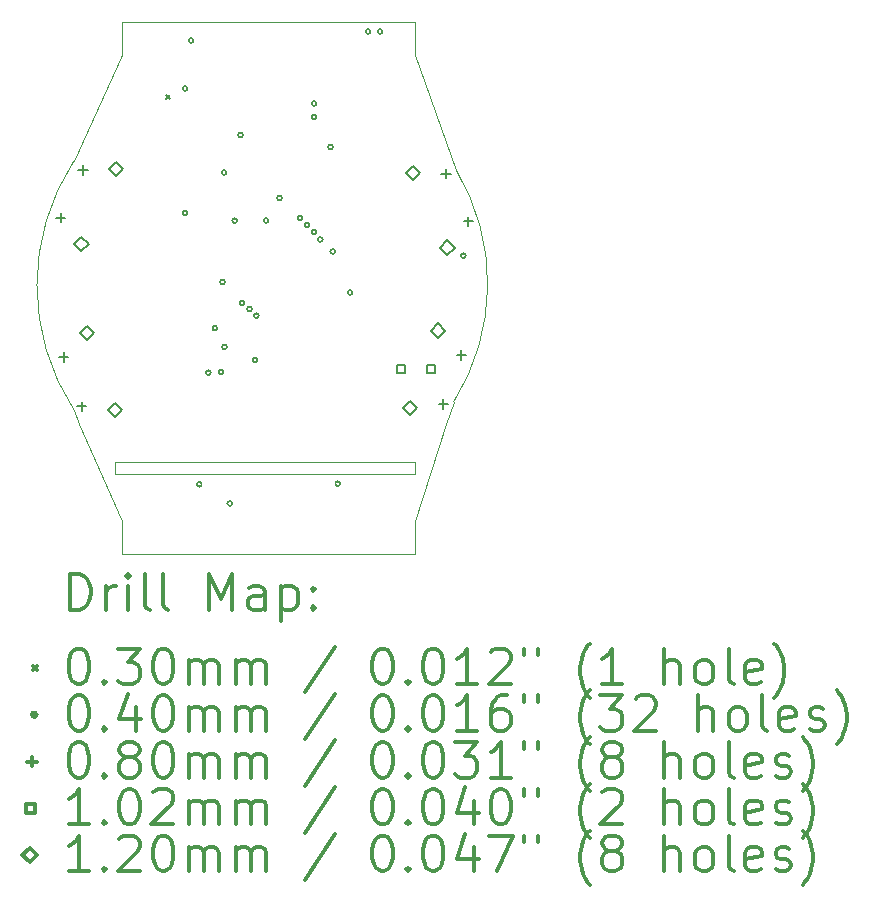
<source format=gbr>
%FSLAX45Y45*%
G04 Gerber Fmt 4.5, Leading zero omitted, Abs format (unit mm)*
G04 Created by KiCad (PCBNEW (5.1.4)-1) date 2020-08-01 17:35:15*
%MOMM*%
%LPD*%
G04 APERTURE LIST*
%ADD10C,0.050000*%
%ADD11C,0.200000*%
%ADD12C,0.300000*%
G04 APERTURE END LIST*
D10*
X15811500Y-7702550D02*
X15811500Y-7600950D01*
X18351500Y-7702550D02*
X15811500Y-7702550D01*
X18351500Y-7600950D02*
X18351500Y-7702550D01*
X15811500Y-7600950D02*
X18351500Y-7600950D01*
X18618200Y-7277100D02*
X18681700Y-7092950D01*
X15468600Y-5048250D02*
X15500350Y-4972050D01*
X15506700Y-7277100D02*
X15469081Y-7162485D01*
X18351500Y-4152900D02*
X18703021Y-5126893D01*
X18351500Y-4152900D02*
X18351500Y-3873500D01*
X15875000Y-4152900D02*
X15500350Y-4972050D01*
X15875000Y-4152900D02*
X15875000Y-3873500D01*
X18351000Y-8102600D02*
X18618200Y-7277100D01*
X15875000Y-8102600D02*
X15506700Y-7277100D01*
X18703021Y-5126893D02*
G75*
G02X18681700Y-7092950I-1612066J-965662D01*
G01*
X15469081Y-7162485D02*
G75*
G02X15468600Y-5048250I1615919J1057485D01*
G01*
X18351500Y-8382000D02*
X18351000Y-8102600D01*
X15875000Y-8382000D02*
X15875000Y-8102600D01*
X15875000Y-8382000D02*
X18351500Y-8382000D01*
X15875000Y-3873500D02*
X18351500Y-3873500D01*
D11*
X16247350Y-4493500D02*
X16277350Y-4523500D01*
X16277350Y-4493500D02*
X16247350Y-4523500D01*
X16428400Y-4438650D02*
G75*
G03X16428400Y-4438650I-20000J0D01*
G01*
X16428400Y-5492750D02*
G75*
G03X16428400Y-5492750I-20000J0D01*
G01*
X16479200Y-4032250D02*
G75*
G03X16479200Y-4032250I-20000J0D01*
G01*
X16547780Y-7788910D02*
G75*
G03X16547780Y-7788910I-20000J0D01*
G01*
X16623980Y-6844030D02*
G75*
G03X16623980Y-6844030I-20000J0D01*
G01*
X16679519Y-6467769D02*
G75*
G03X16679519Y-6467769I-20000J0D01*
G01*
X16731520Y-6838090D02*
G75*
G03X16731520Y-6838090I-20000J0D01*
G01*
X16745900Y-6076950D02*
G75*
G03X16745900Y-6076950I-20000J0D01*
G01*
X16758600Y-5149850D02*
G75*
G03X16758600Y-5149850I-20000J0D01*
G01*
X16761140Y-6625590D02*
G75*
G03X16761140Y-6625590I-20000J0D01*
G01*
X16806860Y-7951470D02*
G75*
G03X16806860Y-7951470I-20000J0D01*
G01*
X16847500Y-5556250D02*
G75*
G03X16847500Y-5556250I-20000J0D01*
G01*
X16898300Y-4832350D02*
G75*
G03X16898300Y-4832350I-20000J0D01*
G01*
X16908460Y-6254750D02*
G75*
G03X16908460Y-6254750I-20000J0D01*
G01*
X16974500Y-6305550D02*
G75*
G03X16974500Y-6305550I-20000J0D01*
G01*
X17020220Y-6737350D02*
G75*
G03X17020220Y-6737350I-20000J0D01*
G01*
X17030380Y-6361430D02*
G75*
G03X17030380Y-6361430I-20000J0D01*
G01*
X17114200Y-5556250D02*
G75*
G03X17114200Y-5556250I-20000J0D01*
G01*
X17228500Y-5365750D02*
G75*
G03X17228500Y-5365750I-20000J0D01*
G01*
X17401220Y-5534660D02*
G75*
G03X17401220Y-5534660I-20000J0D01*
G01*
X17460910Y-5595620D02*
G75*
G03X17460910Y-5595620I-20000J0D01*
G01*
X17518060Y-5654040D02*
G75*
G03X17518060Y-5654040I-20000J0D01*
G01*
X17520600Y-4565650D02*
G75*
G03X17520600Y-4565650I-20000J0D01*
G01*
X17520600Y-4679950D02*
G75*
G03X17520600Y-4679950I-20000J0D01*
G01*
X17572670Y-5716270D02*
G75*
G03X17572670Y-5716270I-20000J0D01*
G01*
X17660300Y-4933950D02*
G75*
G03X17660300Y-4933950I-20000J0D01*
G01*
X17678080Y-5817870D02*
G75*
G03X17678080Y-5817870I-20000J0D01*
G01*
X17721260Y-7783830D02*
G75*
G03X17721260Y-7783830I-20000J0D01*
G01*
X17825400Y-6165850D02*
G75*
G03X17825400Y-6165850I-20000J0D01*
G01*
X17977800Y-3956050D02*
G75*
G03X17977800Y-3956050I-20000J0D01*
G01*
X18079400Y-3956050D02*
G75*
G03X18079400Y-3956050I-20000J0D01*
G01*
X18782980Y-5853430D02*
G75*
G03X18782980Y-5853430I-20000J0D01*
G01*
X15354300Y-5490850D02*
X15354300Y-5570850D01*
X15314300Y-5530850D02*
X15394300Y-5530850D01*
X15542154Y-5087996D02*
X15542154Y-5167996D01*
X15502154Y-5127996D02*
X15582154Y-5127996D01*
X15379700Y-6671950D02*
X15379700Y-6751950D01*
X15339700Y-6711950D02*
X15419700Y-6711950D01*
X15531728Y-7089643D02*
X15531728Y-7169643D01*
X15491728Y-7129643D02*
X15571728Y-7129643D01*
X18618200Y-5119550D02*
X18618200Y-5199550D01*
X18578200Y-5159550D02*
X18658200Y-5159550D01*
X18806054Y-5522404D02*
X18806054Y-5602404D01*
X18766054Y-5562404D02*
X18846054Y-5562404D01*
X18595519Y-7071282D02*
X18595519Y-7151282D01*
X18555519Y-7111282D02*
X18635519Y-7111282D01*
X18747546Y-6653589D02*
X18747546Y-6733589D01*
X18707546Y-6693589D02*
X18787546Y-6693589D01*
X18270581Y-6849471D02*
X18270581Y-6777629D01*
X18198739Y-6777629D01*
X18198739Y-6849471D01*
X18270581Y-6849471D01*
X18524581Y-6849471D02*
X18524581Y-6777629D01*
X18452739Y-6777629D01*
X18452739Y-6849471D01*
X18524581Y-6849471D01*
X15574945Y-6565736D02*
X15634945Y-6505736D01*
X15574945Y-6445736D01*
X15514945Y-6505736D01*
X15574945Y-6565736D01*
X15813846Y-7222111D02*
X15873846Y-7162111D01*
X15813846Y-7102111D01*
X15753846Y-7162111D01*
X15813846Y-7222111D01*
X18334325Y-5211794D02*
X18394325Y-5151794D01*
X18334325Y-5091794D01*
X18274325Y-5151794D01*
X18334325Y-5211794D01*
X18629524Y-5844850D02*
X18689524Y-5784850D01*
X18629524Y-5724850D01*
X18569524Y-5784850D01*
X18629524Y-5844850D01*
X18313400Y-7203750D02*
X18373400Y-7143750D01*
X18313400Y-7083750D01*
X18253400Y-7143750D01*
X18313400Y-7203750D01*
X18552301Y-6547375D02*
X18612301Y-6487375D01*
X18552301Y-6427375D01*
X18492301Y-6487375D01*
X18552301Y-6547375D01*
X15530830Y-5813296D02*
X15590830Y-5753296D01*
X15530830Y-5693296D01*
X15470830Y-5753296D01*
X15530830Y-5813296D01*
X15826028Y-5180240D02*
X15886028Y-5120240D01*
X15826028Y-5060240D01*
X15766028Y-5120240D01*
X15826028Y-5180240D01*
D12*
X15437745Y-8850214D02*
X15437745Y-8550214D01*
X15509173Y-8550214D01*
X15552031Y-8564500D01*
X15580602Y-8593072D01*
X15594888Y-8621643D01*
X15609173Y-8678786D01*
X15609173Y-8721643D01*
X15594888Y-8778786D01*
X15580602Y-8807357D01*
X15552031Y-8835929D01*
X15509173Y-8850214D01*
X15437745Y-8850214D01*
X15737745Y-8850214D02*
X15737745Y-8650214D01*
X15737745Y-8707357D02*
X15752031Y-8678786D01*
X15766316Y-8664500D01*
X15794888Y-8650214D01*
X15823459Y-8650214D01*
X15923459Y-8850214D02*
X15923459Y-8650214D01*
X15923459Y-8550214D02*
X15909173Y-8564500D01*
X15923459Y-8578786D01*
X15937745Y-8564500D01*
X15923459Y-8550214D01*
X15923459Y-8578786D01*
X16109173Y-8850214D02*
X16080602Y-8835929D01*
X16066316Y-8807357D01*
X16066316Y-8550214D01*
X16266316Y-8850214D02*
X16237745Y-8835929D01*
X16223459Y-8807357D01*
X16223459Y-8550214D01*
X16609173Y-8850214D02*
X16609173Y-8550214D01*
X16709173Y-8764500D01*
X16809174Y-8550214D01*
X16809174Y-8850214D01*
X17080602Y-8850214D02*
X17080602Y-8693072D01*
X17066316Y-8664500D01*
X17037745Y-8650214D01*
X16980602Y-8650214D01*
X16952031Y-8664500D01*
X17080602Y-8835929D02*
X17052031Y-8850214D01*
X16980602Y-8850214D01*
X16952031Y-8835929D01*
X16937745Y-8807357D01*
X16937745Y-8778786D01*
X16952031Y-8750214D01*
X16980602Y-8735929D01*
X17052031Y-8735929D01*
X17080602Y-8721643D01*
X17223459Y-8650214D02*
X17223459Y-8950214D01*
X17223459Y-8664500D02*
X17252031Y-8650214D01*
X17309174Y-8650214D01*
X17337745Y-8664500D01*
X17352031Y-8678786D01*
X17366316Y-8707357D01*
X17366316Y-8793072D01*
X17352031Y-8821643D01*
X17337745Y-8835929D01*
X17309174Y-8850214D01*
X17252031Y-8850214D01*
X17223459Y-8835929D01*
X17494888Y-8821643D02*
X17509174Y-8835929D01*
X17494888Y-8850214D01*
X17480602Y-8835929D01*
X17494888Y-8821643D01*
X17494888Y-8850214D01*
X17494888Y-8664500D02*
X17509174Y-8678786D01*
X17494888Y-8693072D01*
X17480602Y-8678786D01*
X17494888Y-8664500D01*
X17494888Y-8693072D01*
X15121316Y-9329500D02*
X15151316Y-9359500D01*
X15151316Y-9329500D02*
X15121316Y-9359500D01*
X15494888Y-9180214D02*
X15523459Y-9180214D01*
X15552031Y-9194500D01*
X15566316Y-9208786D01*
X15580602Y-9237357D01*
X15594888Y-9294500D01*
X15594888Y-9365929D01*
X15580602Y-9423072D01*
X15566316Y-9451643D01*
X15552031Y-9465929D01*
X15523459Y-9480214D01*
X15494888Y-9480214D01*
X15466316Y-9465929D01*
X15452031Y-9451643D01*
X15437745Y-9423072D01*
X15423459Y-9365929D01*
X15423459Y-9294500D01*
X15437745Y-9237357D01*
X15452031Y-9208786D01*
X15466316Y-9194500D01*
X15494888Y-9180214D01*
X15723459Y-9451643D02*
X15737745Y-9465929D01*
X15723459Y-9480214D01*
X15709173Y-9465929D01*
X15723459Y-9451643D01*
X15723459Y-9480214D01*
X15837745Y-9180214D02*
X16023459Y-9180214D01*
X15923459Y-9294500D01*
X15966316Y-9294500D01*
X15994888Y-9308786D01*
X16009173Y-9323072D01*
X16023459Y-9351643D01*
X16023459Y-9423072D01*
X16009173Y-9451643D01*
X15994888Y-9465929D01*
X15966316Y-9480214D01*
X15880602Y-9480214D01*
X15852031Y-9465929D01*
X15837745Y-9451643D01*
X16209173Y-9180214D02*
X16237745Y-9180214D01*
X16266316Y-9194500D01*
X16280602Y-9208786D01*
X16294888Y-9237357D01*
X16309173Y-9294500D01*
X16309173Y-9365929D01*
X16294888Y-9423072D01*
X16280602Y-9451643D01*
X16266316Y-9465929D01*
X16237745Y-9480214D01*
X16209173Y-9480214D01*
X16180602Y-9465929D01*
X16166316Y-9451643D01*
X16152031Y-9423072D01*
X16137745Y-9365929D01*
X16137745Y-9294500D01*
X16152031Y-9237357D01*
X16166316Y-9208786D01*
X16180602Y-9194500D01*
X16209173Y-9180214D01*
X16437745Y-9480214D02*
X16437745Y-9280214D01*
X16437745Y-9308786D02*
X16452031Y-9294500D01*
X16480602Y-9280214D01*
X16523459Y-9280214D01*
X16552031Y-9294500D01*
X16566316Y-9323072D01*
X16566316Y-9480214D01*
X16566316Y-9323072D02*
X16580602Y-9294500D01*
X16609173Y-9280214D01*
X16652031Y-9280214D01*
X16680602Y-9294500D01*
X16694888Y-9323072D01*
X16694888Y-9480214D01*
X16837745Y-9480214D02*
X16837745Y-9280214D01*
X16837745Y-9308786D02*
X16852031Y-9294500D01*
X16880602Y-9280214D01*
X16923459Y-9280214D01*
X16952031Y-9294500D01*
X16966316Y-9323072D01*
X16966316Y-9480214D01*
X16966316Y-9323072D02*
X16980602Y-9294500D01*
X17009174Y-9280214D01*
X17052031Y-9280214D01*
X17080602Y-9294500D01*
X17094888Y-9323072D01*
X17094888Y-9480214D01*
X17680602Y-9165929D02*
X17423459Y-9551643D01*
X18066316Y-9180214D02*
X18094888Y-9180214D01*
X18123459Y-9194500D01*
X18137745Y-9208786D01*
X18152031Y-9237357D01*
X18166316Y-9294500D01*
X18166316Y-9365929D01*
X18152031Y-9423072D01*
X18137745Y-9451643D01*
X18123459Y-9465929D01*
X18094888Y-9480214D01*
X18066316Y-9480214D01*
X18037745Y-9465929D01*
X18023459Y-9451643D01*
X18009174Y-9423072D01*
X17994888Y-9365929D01*
X17994888Y-9294500D01*
X18009174Y-9237357D01*
X18023459Y-9208786D01*
X18037745Y-9194500D01*
X18066316Y-9180214D01*
X18294888Y-9451643D02*
X18309174Y-9465929D01*
X18294888Y-9480214D01*
X18280602Y-9465929D01*
X18294888Y-9451643D01*
X18294888Y-9480214D01*
X18494888Y-9180214D02*
X18523459Y-9180214D01*
X18552031Y-9194500D01*
X18566316Y-9208786D01*
X18580602Y-9237357D01*
X18594888Y-9294500D01*
X18594888Y-9365929D01*
X18580602Y-9423072D01*
X18566316Y-9451643D01*
X18552031Y-9465929D01*
X18523459Y-9480214D01*
X18494888Y-9480214D01*
X18466316Y-9465929D01*
X18452031Y-9451643D01*
X18437745Y-9423072D01*
X18423459Y-9365929D01*
X18423459Y-9294500D01*
X18437745Y-9237357D01*
X18452031Y-9208786D01*
X18466316Y-9194500D01*
X18494888Y-9180214D01*
X18880602Y-9480214D02*
X18709174Y-9480214D01*
X18794888Y-9480214D02*
X18794888Y-9180214D01*
X18766316Y-9223072D01*
X18737745Y-9251643D01*
X18709174Y-9265929D01*
X18994888Y-9208786D02*
X19009174Y-9194500D01*
X19037745Y-9180214D01*
X19109174Y-9180214D01*
X19137745Y-9194500D01*
X19152031Y-9208786D01*
X19166316Y-9237357D01*
X19166316Y-9265929D01*
X19152031Y-9308786D01*
X18980602Y-9480214D01*
X19166316Y-9480214D01*
X19280602Y-9180214D02*
X19280602Y-9237357D01*
X19394888Y-9180214D02*
X19394888Y-9237357D01*
X19837745Y-9594500D02*
X19823459Y-9580214D01*
X19794888Y-9537357D01*
X19780602Y-9508786D01*
X19766316Y-9465929D01*
X19752031Y-9394500D01*
X19752031Y-9337357D01*
X19766316Y-9265929D01*
X19780602Y-9223072D01*
X19794888Y-9194500D01*
X19823459Y-9151643D01*
X19837745Y-9137357D01*
X20109174Y-9480214D02*
X19937745Y-9480214D01*
X20023459Y-9480214D02*
X20023459Y-9180214D01*
X19994888Y-9223072D01*
X19966316Y-9251643D01*
X19937745Y-9265929D01*
X20466316Y-9480214D02*
X20466316Y-9180214D01*
X20594888Y-9480214D02*
X20594888Y-9323072D01*
X20580602Y-9294500D01*
X20552031Y-9280214D01*
X20509174Y-9280214D01*
X20480602Y-9294500D01*
X20466316Y-9308786D01*
X20780602Y-9480214D02*
X20752031Y-9465929D01*
X20737745Y-9451643D01*
X20723459Y-9423072D01*
X20723459Y-9337357D01*
X20737745Y-9308786D01*
X20752031Y-9294500D01*
X20780602Y-9280214D01*
X20823459Y-9280214D01*
X20852031Y-9294500D01*
X20866316Y-9308786D01*
X20880602Y-9337357D01*
X20880602Y-9423072D01*
X20866316Y-9451643D01*
X20852031Y-9465929D01*
X20823459Y-9480214D01*
X20780602Y-9480214D01*
X21052031Y-9480214D02*
X21023459Y-9465929D01*
X21009174Y-9437357D01*
X21009174Y-9180214D01*
X21280602Y-9465929D02*
X21252031Y-9480214D01*
X21194888Y-9480214D01*
X21166316Y-9465929D01*
X21152031Y-9437357D01*
X21152031Y-9323072D01*
X21166316Y-9294500D01*
X21194888Y-9280214D01*
X21252031Y-9280214D01*
X21280602Y-9294500D01*
X21294888Y-9323072D01*
X21294888Y-9351643D01*
X21152031Y-9380214D01*
X21394888Y-9594500D02*
X21409174Y-9580214D01*
X21437745Y-9537357D01*
X21452031Y-9508786D01*
X21466316Y-9465929D01*
X21480602Y-9394500D01*
X21480602Y-9337357D01*
X21466316Y-9265929D01*
X21452031Y-9223072D01*
X21437745Y-9194500D01*
X21409174Y-9151643D01*
X21394888Y-9137357D01*
X15151316Y-9740500D02*
G75*
G03X15151316Y-9740500I-20000J0D01*
G01*
X15494888Y-9576214D02*
X15523459Y-9576214D01*
X15552031Y-9590500D01*
X15566316Y-9604786D01*
X15580602Y-9633357D01*
X15594888Y-9690500D01*
X15594888Y-9761929D01*
X15580602Y-9819072D01*
X15566316Y-9847643D01*
X15552031Y-9861929D01*
X15523459Y-9876214D01*
X15494888Y-9876214D01*
X15466316Y-9861929D01*
X15452031Y-9847643D01*
X15437745Y-9819072D01*
X15423459Y-9761929D01*
X15423459Y-9690500D01*
X15437745Y-9633357D01*
X15452031Y-9604786D01*
X15466316Y-9590500D01*
X15494888Y-9576214D01*
X15723459Y-9847643D02*
X15737745Y-9861929D01*
X15723459Y-9876214D01*
X15709173Y-9861929D01*
X15723459Y-9847643D01*
X15723459Y-9876214D01*
X15994888Y-9676214D02*
X15994888Y-9876214D01*
X15923459Y-9561929D02*
X15852031Y-9776214D01*
X16037745Y-9776214D01*
X16209173Y-9576214D02*
X16237745Y-9576214D01*
X16266316Y-9590500D01*
X16280602Y-9604786D01*
X16294888Y-9633357D01*
X16309173Y-9690500D01*
X16309173Y-9761929D01*
X16294888Y-9819072D01*
X16280602Y-9847643D01*
X16266316Y-9861929D01*
X16237745Y-9876214D01*
X16209173Y-9876214D01*
X16180602Y-9861929D01*
X16166316Y-9847643D01*
X16152031Y-9819072D01*
X16137745Y-9761929D01*
X16137745Y-9690500D01*
X16152031Y-9633357D01*
X16166316Y-9604786D01*
X16180602Y-9590500D01*
X16209173Y-9576214D01*
X16437745Y-9876214D02*
X16437745Y-9676214D01*
X16437745Y-9704786D02*
X16452031Y-9690500D01*
X16480602Y-9676214D01*
X16523459Y-9676214D01*
X16552031Y-9690500D01*
X16566316Y-9719072D01*
X16566316Y-9876214D01*
X16566316Y-9719072D02*
X16580602Y-9690500D01*
X16609173Y-9676214D01*
X16652031Y-9676214D01*
X16680602Y-9690500D01*
X16694888Y-9719072D01*
X16694888Y-9876214D01*
X16837745Y-9876214D02*
X16837745Y-9676214D01*
X16837745Y-9704786D02*
X16852031Y-9690500D01*
X16880602Y-9676214D01*
X16923459Y-9676214D01*
X16952031Y-9690500D01*
X16966316Y-9719072D01*
X16966316Y-9876214D01*
X16966316Y-9719072D02*
X16980602Y-9690500D01*
X17009174Y-9676214D01*
X17052031Y-9676214D01*
X17080602Y-9690500D01*
X17094888Y-9719072D01*
X17094888Y-9876214D01*
X17680602Y-9561929D02*
X17423459Y-9947643D01*
X18066316Y-9576214D02*
X18094888Y-9576214D01*
X18123459Y-9590500D01*
X18137745Y-9604786D01*
X18152031Y-9633357D01*
X18166316Y-9690500D01*
X18166316Y-9761929D01*
X18152031Y-9819072D01*
X18137745Y-9847643D01*
X18123459Y-9861929D01*
X18094888Y-9876214D01*
X18066316Y-9876214D01*
X18037745Y-9861929D01*
X18023459Y-9847643D01*
X18009174Y-9819072D01*
X17994888Y-9761929D01*
X17994888Y-9690500D01*
X18009174Y-9633357D01*
X18023459Y-9604786D01*
X18037745Y-9590500D01*
X18066316Y-9576214D01*
X18294888Y-9847643D02*
X18309174Y-9861929D01*
X18294888Y-9876214D01*
X18280602Y-9861929D01*
X18294888Y-9847643D01*
X18294888Y-9876214D01*
X18494888Y-9576214D02*
X18523459Y-9576214D01*
X18552031Y-9590500D01*
X18566316Y-9604786D01*
X18580602Y-9633357D01*
X18594888Y-9690500D01*
X18594888Y-9761929D01*
X18580602Y-9819072D01*
X18566316Y-9847643D01*
X18552031Y-9861929D01*
X18523459Y-9876214D01*
X18494888Y-9876214D01*
X18466316Y-9861929D01*
X18452031Y-9847643D01*
X18437745Y-9819072D01*
X18423459Y-9761929D01*
X18423459Y-9690500D01*
X18437745Y-9633357D01*
X18452031Y-9604786D01*
X18466316Y-9590500D01*
X18494888Y-9576214D01*
X18880602Y-9876214D02*
X18709174Y-9876214D01*
X18794888Y-9876214D02*
X18794888Y-9576214D01*
X18766316Y-9619072D01*
X18737745Y-9647643D01*
X18709174Y-9661929D01*
X19137745Y-9576214D02*
X19080602Y-9576214D01*
X19052031Y-9590500D01*
X19037745Y-9604786D01*
X19009174Y-9647643D01*
X18994888Y-9704786D01*
X18994888Y-9819072D01*
X19009174Y-9847643D01*
X19023459Y-9861929D01*
X19052031Y-9876214D01*
X19109174Y-9876214D01*
X19137745Y-9861929D01*
X19152031Y-9847643D01*
X19166316Y-9819072D01*
X19166316Y-9747643D01*
X19152031Y-9719072D01*
X19137745Y-9704786D01*
X19109174Y-9690500D01*
X19052031Y-9690500D01*
X19023459Y-9704786D01*
X19009174Y-9719072D01*
X18994888Y-9747643D01*
X19280602Y-9576214D02*
X19280602Y-9633357D01*
X19394888Y-9576214D02*
X19394888Y-9633357D01*
X19837745Y-9990500D02*
X19823459Y-9976214D01*
X19794888Y-9933357D01*
X19780602Y-9904786D01*
X19766316Y-9861929D01*
X19752031Y-9790500D01*
X19752031Y-9733357D01*
X19766316Y-9661929D01*
X19780602Y-9619072D01*
X19794888Y-9590500D01*
X19823459Y-9547643D01*
X19837745Y-9533357D01*
X19923459Y-9576214D02*
X20109174Y-9576214D01*
X20009174Y-9690500D01*
X20052031Y-9690500D01*
X20080602Y-9704786D01*
X20094888Y-9719072D01*
X20109174Y-9747643D01*
X20109174Y-9819072D01*
X20094888Y-9847643D01*
X20080602Y-9861929D01*
X20052031Y-9876214D01*
X19966316Y-9876214D01*
X19937745Y-9861929D01*
X19923459Y-9847643D01*
X20223459Y-9604786D02*
X20237745Y-9590500D01*
X20266316Y-9576214D01*
X20337745Y-9576214D01*
X20366316Y-9590500D01*
X20380602Y-9604786D01*
X20394888Y-9633357D01*
X20394888Y-9661929D01*
X20380602Y-9704786D01*
X20209174Y-9876214D01*
X20394888Y-9876214D01*
X20752031Y-9876214D02*
X20752031Y-9576214D01*
X20880602Y-9876214D02*
X20880602Y-9719072D01*
X20866316Y-9690500D01*
X20837745Y-9676214D01*
X20794888Y-9676214D01*
X20766316Y-9690500D01*
X20752031Y-9704786D01*
X21066316Y-9876214D02*
X21037745Y-9861929D01*
X21023459Y-9847643D01*
X21009174Y-9819072D01*
X21009174Y-9733357D01*
X21023459Y-9704786D01*
X21037745Y-9690500D01*
X21066316Y-9676214D01*
X21109174Y-9676214D01*
X21137745Y-9690500D01*
X21152031Y-9704786D01*
X21166316Y-9733357D01*
X21166316Y-9819072D01*
X21152031Y-9847643D01*
X21137745Y-9861929D01*
X21109174Y-9876214D01*
X21066316Y-9876214D01*
X21337745Y-9876214D02*
X21309174Y-9861929D01*
X21294888Y-9833357D01*
X21294888Y-9576214D01*
X21566316Y-9861929D02*
X21537745Y-9876214D01*
X21480602Y-9876214D01*
X21452031Y-9861929D01*
X21437745Y-9833357D01*
X21437745Y-9719072D01*
X21452031Y-9690500D01*
X21480602Y-9676214D01*
X21537745Y-9676214D01*
X21566316Y-9690500D01*
X21580602Y-9719072D01*
X21580602Y-9747643D01*
X21437745Y-9776214D01*
X21694888Y-9861929D02*
X21723459Y-9876214D01*
X21780602Y-9876214D01*
X21809174Y-9861929D01*
X21823459Y-9833357D01*
X21823459Y-9819072D01*
X21809174Y-9790500D01*
X21780602Y-9776214D01*
X21737745Y-9776214D01*
X21709174Y-9761929D01*
X21694888Y-9733357D01*
X21694888Y-9719072D01*
X21709174Y-9690500D01*
X21737745Y-9676214D01*
X21780602Y-9676214D01*
X21809174Y-9690500D01*
X21923459Y-9990500D02*
X21937745Y-9976214D01*
X21966316Y-9933357D01*
X21980602Y-9904786D01*
X21994888Y-9861929D01*
X22009174Y-9790500D01*
X22009174Y-9733357D01*
X21994888Y-9661929D01*
X21980602Y-9619072D01*
X21966316Y-9590500D01*
X21937745Y-9547643D01*
X21923459Y-9533357D01*
X15111316Y-10096500D02*
X15111316Y-10176500D01*
X15071316Y-10136500D02*
X15151316Y-10136500D01*
X15494888Y-9972214D02*
X15523459Y-9972214D01*
X15552031Y-9986500D01*
X15566316Y-10000786D01*
X15580602Y-10029357D01*
X15594888Y-10086500D01*
X15594888Y-10157929D01*
X15580602Y-10215072D01*
X15566316Y-10243643D01*
X15552031Y-10257929D01*
X15523459Y-10272214D01*
X15494888Y-10272214D01*
X15466316Y-10257929D01*
X15452031Y-10243643D01*
X15437745Y-10215072D01*
X15423459Y-10157929D01*
X15423459Y-10086500D01*
X15437745Y-10029357D01*
X15452031Y-10000786D01*
X15466316Y-9986500D01*
X15494888Y-9972214D01*
X15723459Y-10243643D02*
X15737745Y-10257929D01*
X15723459Y-10272214D01*
X15709173Y-10257929D01*
X15723459Y-10243643D01*
X15723459Y-10272214D01*
X15909173Y-10100786D02*
X15880602Y-10086500D01*
X15866316Y-10072214D01*
X15852031Y-10043643D01*
X15852031Y-10029357D01*
X15866316Y-10000786D01*
X15880602Y-9986500D01*
X15909173Y-9972214D01*
X15966316Y-9972214D01*
X15994888Y-9986500D01*
X16009173Y-10000786D01*
X16023459Y-10029357D01*
X16023459Y-10043643D01*
X16009173Y-10072214D01*
X15994888Y-10086500D01*
X15966316Y-10100786D01*
X15909173Y-10100786D01*
X15880602Y-10115072D01*
X15866316Y-10129357D01*
X15852031Y-10157929D01*
X15852031Y-10215072D01*
X15866316Y-10243643D01*
X15880602Y-10257929D01*
X15909173Y-10272214D01*
X15966316Y-10272214D01*
X15994888Y-10257929D01*
X16009173Y-10243643D01*
X16023459Y-10215072D01*
X16023459Y-10157929D01*
X16009173Y-10129357D01*
X15994888Y-10115072D01*
X15966316Y-10100786D01*
X16209173Y-9972214D02*
X16237745Y-9972214D01*
X16266316Y-9986500D01*
X16280602Y-10000786D01*
X16294888Y-10029357D01*
X16309173Y-10086500D01*
X16309173Y-10157929D01*
X16294888Y-10215072D01*
X16280602Y-10243643D01*
X16266316Y-10257929D01*
X16237745Y-10272214D01*
X16209173Y-10272214D01*
X16180602Y-10257929D01*
X16166316Y-10243643D01*
X16152031Y-10215072D01*
X16137745Y-10157929D01*
X16137745Y-10086500D01*
X16152031Y-10029357D01*
X16166316Y-10000786D01*
X16180602Y-9986500D01*
X16209173Y-9972214D01*
X16437745Y-10272214D02*
X16437745Y-10072214D01*
X16437745Y-10100786D02*
X16452031Y-10086500D01*
X16480602Y-10072214D01*
X16523459Y-10072214D01*
X16552031Y-10086500D01*
X16566316Y-10115072D01*
X16566316Y-10272214D01*
X16566316Y-10115072D02*
X16580602Y-10086500D01*
X16609173Y-10072214D01*
X16652031Y-10072214D01*
X16680602Y-10086500D01*
X16694888Y-10115072D01*
X16694888Y-10272214D01*
X16837745Y-10272214D02*
X16837745Y-10072214D01*
X16837745Y-10100786D02*
X16852031Y-10086500D01*
X16880602Y-10072214D01*
X16923459Y-10072214D01*
X16952031Y-10086500D01*
X16966316Y-10115072D01*
X16966316Y-10272214D01*
X16966316Y-10115072D02*
X16980602Y-10086500D01*
X17009174Y-10072214D01*
X17052031Y-10072214D01*
X17080602Y-10086500D01*
X17094888Y-10115072D01*
X17094888Y-10272214D01*
X17680602Y-9957929D02*
X17423459Y-10343643D01*
X18066316Y-9972214D02*
X18094888Y-9972214D01*
X18123459Y-9986500D01*
X18137745Y-10000786D01*
X18152031Y-10029357D01*
X18166316Y-10086500D01*
X18166316Y-10157929D01*
X18152031Y-10215072D01*
X18137745Y-10243643D01*
X18123459Y-10257929D01*
X18094888Y-10272214D01*
X18066316Y-10272214D01*
X18037745Y-10257929D01*
X18023459Y-10243643D01*
X18009174Y-10215072D01*
X17994888Y-10157929D01*
X17994888Y-10086500D01*
X18009174Y-10029357D01*
X18023459Y-10000786D01*
X18037745Y-9986500D01*
X18066316Y-9972214D01*
X18294888Y-10243643D02*
X18309174Y-10257929D01*
X18294888Y-10272214D01*
X18280602Y-10257929D01*
X18294888Y-10243643D01*
X18294888Y-10272214D01*
X18494888Y-9972214D02*
X18523459Y-9972214D01*
X18552031Y-9986500D01*
X18566316Y-10000786D01*
X18580602Y-10029357D01*
X18594888Y-10086500D01*
X18594888Y-10157929D01*
X18580602Y-10215072D01*
X18566316Y-10243643D01*
X18552031Y-10257929D01*
X18523459Y-10272214D01*
X18494888Y-10272214D01*
X18466316Y-10257929D01*
X18452031Y-10243643D01*
X18437745Y-10215072D01*
X18423459Y-10157929D01*
X18423459Y-10086500D01*
X18437745Y-10029357D01*
X18452031Y-10000786D01*
X18466316Y-9986500D01*
X18494888Y-9972214D01*
X18694888Y-9972214D02*
X18880602Y-9972214D01*
X18780602Y-10086500D01*
X18823459Y-10086500D01*
X18852031Y-10100786D01*
X18866316Y-10115072D01*
X18880602Y-10143643D01*
X18880602Y-10215072D01*
X18866316Y-10243643D01*
X18852031Y-10257929D01*
X18823459Y-10272214D01*
X18737745Y-10272214D01*
X18709174Y-10257929D01*
X18694888Y-10243643D01*
X19166316Y-10272214D02*
X18994888Y-10272214D01*
X19080602Y-10272214D02*
X19080602Y-9972214D01*
X19052031Y-10015072D01*
X19023459Y-10043643D01*
X18994888Y-10057929D01*
X19280602Y-9972214D02*
X19280602Y-10029357D01*
X19394888Y-9972214D02*
X19394888Y-10029357D01*
X19837745Y-10386500D02*
X19823459Y-10372214D01*
X19794888Y-10329357D01*
X19780602Y-10300786D01*
X19766316Y-10257929D01*
X19752031Y-10186500D01*
X19752031Y-10129357D01*
X19766316Y-10057929D01*
X19780602Y-10015072D01*
X19794888Y-9986500D01*
X19823459Y-9943643D01*
X19837745Y-9929357D01*
X19994888Y-10100786D02*
X19966316Y-10086500D01*
X19952031Y-10072214D01*
X19937745Y-10043643D01*
X19937745Y-10029357D01*
X19952031Y-10000786D01*
X19966316Y-9986500D01*
X19994888Y-9972214D01*
X20052031Y-9972214D01*
X20080602Y-9986500D01*
X20094888Y-10000786D01*
X20109174Y-10029357D01*
X20109174Y-10043643D01*
X20094888Y-10072214D01*
X20080602Y-10086500D01*
X20052031Y-10100786D01*
X19994888Y-10100786D01*
X19966316Y-10115072D01*
X19952031Y-10129357D01*
X19937745Y-10157929D01*
X19937745Y-10215072D01*
X19952031Y-10243643D01*
X19966316Y-10257929D01*
X19994888Y-10272214D01*
X20052031Y-10272214D01*
X20080602Y-10257929D01*
X20094888Y-10243643D01*
X20109174Y-10215072D01*
X20109174Y-10157929D01*
X20094888Y-10129357D01*
X20080602Y-10115072D01*
X20052031Y-10100786D01*
X20466316Y-10272214D02*
X20466316Y-9972214D01*
X20594888Y-10272214D02*
X20594888Y-10115072D01*
X20580602Y-10086500D01*
X20552031Y-10072214D01*
X20509174Y-10072214D01*
X20480602Y-10086500D01*
X20466316Y-10100786D01*
X20780602Y-10272214D02*
X20752031Y-10257929D01*
X20737745Y-10243643D01*
X20723459Y-10215072D01*
X20723459Y-10129357D01*
X20737745Y-10100786D01*
X20752031Y-10086500D01*
X20780602Y-10072214D01*
X20823459Y-10072214D01*
X20852031Y-10086500D01*
X20866316Y-10100786D01*
X20880602Y-10129357D01*
X20880602Y-10215072D01*
X20866316Y-10243643D01*
X20852031Y-10257929D01*
X20823459Y-10272214D01*
X20780602Y-10272214D01*
X21052031Y-10272214D02*
X21023459Y-10257929D01*
X21009174Y-10229357D01*
X21009174Y-9972214D01*
X21280602Y-10257929D02*
X21252031Y-10272214D01*
X21194888Y-10272214D01*
X21166316Y-10257929D01*
X21152031Y-10229357D01*
X21152031Y-10115072D01*
X21166316Y-10086500D01*
X21194888Y-10072214D01*
X21252031Y-10072214D01*
X21280602Y-10086500D01*
X21294888Y-10115072D01*
X21294888Y-10143643D01*
X21152031Y-10172214D01*
X21409174Y-10257929D02*
X21437745Y-10272214D01*
X21494888Y-10272214D01*
X21523459Y-10257929D01*
X21537745Y-10229357D01*
X21537745Y-10215072D01*
X21523459Y-10186500D01*
X21494888Y-10172214D01*
X21452031Y-10172214D01*
X21423459Y-10157929D01*
X21409174Y-10129357D01*
X21409174Y-10115072D01*
X21423459Y-10086500D01*
X21452031Y-10072214D01*
X21494888Y-10072214D01*
X21523459Y-10086500D01*
X21637745Y-10386500D02*
X21652031Y-10372214D01*
X21680602Y-10329357D01*
X21694888Y-10300786D01*
X21709174Y-10257929D01*
X21723459Y-10186500D01*
X21723459Y-10129357D01*
X21709174Y-10057929D01*
X21694888Y-10015072D01*
X21680602Y-9986500D01*
X21652031Y-9943643D01*
X21637745Y-9929357D01*
X15136438Y-10568422D02*
X15136438Y-10496579D01*
X15064595Y-10496579D01*
X15064595Y-10568422D01*
X15136438Y-10568422D01*
X15594888Y-10668214D02*
X15423459Y-10668214D01*
X15509173Y-10668214D02*
X15509173Y-10368214D01*
X15480602Y-10411072D01*
X15452031Y-10439643D01*
X15423459Y-10453929D01*
X15723459Y-10639643D02*
X15737745Y-10653929D01*
X15723459Y-10668214D01*
X15709173Y-10653929D01*
X15723459Y-10639643D01*
X15723459Y-10668214D01*
X15923459Y-10368214D02*
X15952031Y-10368214D01*
X15980602Y-10382500D01*
X15994888Y-10396786D01*
X16009173Y-10425357D01*
X16023459Y-10482500D01*
X16023459Y-10553929D01*
X16009173Y-10611072D01*
X15994888Y-10639643D01*
X15980602Y-10653929D01*
X15952031Y-10668214D01*
X15923459Y-10668214D01*
X15894888Y-10653929D01*
X15880602Y-10639643D01*
X15866316Y-10611072D01*
X15852031Y-10553929D01*
X15852031Y-10482500D01*
X15866316Y-10425357D01*
X15880602Y-10396786D01*
X15894888Y-10382500D01*
X15923459Y-10368214D01*
X16137745Y-10396786D02*
X16152031Y-10382500D01*
X16180602Y-10368214D01*
X16252031Y-10368214D01*
X16280602Y-10382500D01*
X16294888Y-10396786D01*
X16309173Y-10425357D01*
X16309173Y-10453929D01*
X16294888Y-10496786D01*
X16123459Y-10668214D01*
X16309173Y-10668214D01*
X16437745Y-10668214D02*
X16437745Y-10468214D01*
X16437745Y-10496786D02*
X16452031Y-10482500D01*
X16480602Y-10468214D01*
X16523459Y-10468214D01*
X16552031Y-10482500D01*
X16566316Y-10511072D01*
X16566316Y-10668214D01*
X16566316Y-10511072D02*
X16580602Y-10482500D01*
X16609173Y-10468214D01*
X16652031Y-10468214D01*
X16680602Y-10482500D01*
X16694888Y-10511072D01*
X16694888Y-10668214D01*
X16837745Y-10668214D02*
X16837745Y-10468214D01*
X16837745Y-10496786D02*
X16852031Y-10482500D01*
X16880602Y-10468214D01*
X16923459Y-10468214D01*
X16952031Y-10482500D01*
X16966316Y-10511072D01*
X16966316Y-10668214D01*
X16966316Y-10511072D02*
X16980602Y-10482500D01*
X17009174Y-10468214D01*
X17052031Y-10468214D01*
X17080602Y-10482500D01*
X17094888Y-10511072D01*
X17094888Y-10668214D01*
X17680602Y-10353929D02*
X17423459Y-10739643D01*
X18066316Y-10368214D02*
X18094888Y-10368214D01*
X18123459Y-10382500D01*
X18137745Y-10396786D01*
X18152031Y-10425357D01*
X18166316Y-10482500D01*
X18166316Y-10553929D01*
X18152031Y-10611072D01*
X18137745Y-10639643D01*
X18123459Y-10653929D01*
X18094888Y-10668214D01*
X18066316Y-10668214D01*
X18037745Y-10653929D01*
X18023459Y-10639643D01*
X18009174Y-10611072D01*
X17994888Y-10553929D01*
X17994888Y-10482500D01*
X18009174Y-10425357D01*
X18023459Y-10396786D01*
X18037745Y-10382500D01*
X18066316Y-10368214D01*
X18294888Y-10639643D02*
X18309174Y-10653929D01*
X18294888Y-10668214D01*
X18280602Y-10653929D01*
X18294888Y-10639643D01*
X18294888Y-10668214D01*
X18494888Y-10368214D02*
X18523459Y-10368214D01*
X18552031Y-10382500D01*
X18566316Y-10396786D01*
X18580602Y-10425357D01*
X18594888Y-10482500D01*
X18594888Y-10553929D01*
X18580602Y-10611072D01*
X18566316Y-10639643D01*
X18552031Y-10653929D01*
X18523459Y-10668214D01*
X18494888Y-10668214D01*
X18466316Y-10653929D01*
X18452031Y-10639643D01*
X18437745Y-10611072D01*
X18423459Y-10553929D01*
X18423459Y-10482500D01*
X18437745Y-10425357D01*
X18452031Y-10396786D01*
X18466316Y-10382500D01*
X18494888Y-10368214D01*
X18852031Y-10468214D02*
X18852031Y-10668214D01*
X18780602Y-10353929D02*
X18709174Y-10568214D01*
X18894888Y-10568214D01*
X19066316Y-10368214D02*
X19094888Y-10368214D01*
X19123459Y-10382500D01*
X19137745Y-10396786D01*
X19152031Y-10425357D01*
X19166316Y-10482500D01*
X19166316Y-10553929D01*
X19152031Y-10611072D01*
X19137745Y-10639643D01*
X19123459Y-10653929D01*
X19094888Y-10668214D01*
X19066316Y-10668214D01*
X19037745Y-10653929D01*
X19023459Y-10639643D01*
X19009174Y-10611072D01*
X18994888Y-10553929D01*
X18994888Y-10482500D01*
X19009174Y-10425357D01*
X19023459Y-10396786D01*
X19037745Y-10382500D01*
X19066316Y-10368214D01*
X19280602Y-10368214D02*
X19280602Y-10425357D01*
X19394888Y-10368214D02*
X19394888Y-10425357D01*
X19837745Y-10782500D02*
X19823459Y-10768214D01*
X19794888Y-10725357D01*
X19780602Y-10696786D01*
X19766316Y-10653929D01*
X19752031Y-10582500D01*
X19752031Y-10525357D01*
X19766316Y-10453929D01*
X19780602Y-10411072D01*
X19794888Y-10382500D01*
X19823459Y-10339643D01*
X19837745Y-10325357D01*
X19937745Y-10396786D02*
X19952031Y-10382500D01*
X19980602Y-10368214D01*
X20052031Y-10368214D01*
X20080602Y-10382500D01*
X20094888Y-10396786D01*
X20109174Y-10425357D01*
X20109174Y-10453929D01*
X20094888Y-10496786D01*
X19923459Y-10668214D01*
X20109174Y-10668214D01*
X20466316Y-10668214D02*
X20466316Y-10368214D01*
X20594888Y-10668214D02*
X20594888Y-10511072D01*
X20580602Y-10482500D01*
X20552031Y-10468214D01*
X20509174Y-10468214D01*
X20480602Y-10482500D01*
X20466316Y-10496786D01*
X20780602Y-10668214D02*
X20752031Y-10653929D01*
X20737745Y-10639643D01*
X20723459Y-10611072D01*
X20723459Y-10525357D01*
X20737745Y-10496786D01*
X20752031Y-10482500D01*
X20780602Y-10468214D01*
X20823459Y-10468214D01*
X20852031Y-10482500D01*
X20866316Y-10496786D01*
X20880602Y-10525357D01*
X20880602Y-10611072D01*
X20866316Y-10639643D01*
X20852031Y-10653929D01*
X20823459Y-10668214D01*
X20780602Y-10668214D01*
X21052031Y-10668214D02*
X21023459Y-10653929D01*
X21009174Y-10625357D01*
X21009174Y-10368214D01*
X21280602Y-10653929D02*
X21252031Y-10668214D01*
X21194888Y-10668214D01*
X21166316Y-10653929D01*
X21152031Y-10625357D01*
X21152031Y-10511072D01*
X21166316Y-10482500D01*
X21194888Y-10468214D01*
X21252031Y-10468214D01*
X21280602Y-10482500D01*
X21294888Y-10511072D01*
X21294888Y-10539643D01*
X21152031Y-10568214D01*
X21409174Y-10653929D02*
X21437745Y-10668214D01*
X21494888Y-10668214D01*
X21523459Y-10653929D01*
X21537745Y-10625357D01*
X21537745Y-10611072D01*
X21523459Y-10582500D01*
X21494888Y-10568214D01*
X21452031Y-10568214D01*
X21423459Y-10553929D01*
X21409174Y-10525357D01*
X21409174Y-10511072D01*
X21423459Y-10482500D01*
X21452031Y-10468214D01*
X21494888Y-10468214D01*
X21523459Y-10482500D01*
X21637745Y-10782500D02*
X21652031Y-10768214D01*
X21680602Y-10725357D01*
X21694888Y-10696786D01*
X21709174Y-10653929D01*
X21723459Y-10582500D01*
X21723459Y-10525357D01*
X21709174Y-10453929D01*
X21694888Y-10411072D01*
X21680602Y-10382500D01*
X21652031Y-10339643D01*
X21637745Y-10325357D01*
X15091316Y-10988500D02*
X15151316Y-10928500D01*
X15091316Y-10868500D01*
X15031316Y-10928500D01*
X15091316Y-10988500D01*
X15594888Y-11064214D02*
X15423459Y-11064214D01*
X15509173Y-11064214D02*
X15509173Y-10764214D01*
X15480602Y-10807072D01*
X15452031Y-10835643D01*
X15423459Y-10849929D01*
X15723459Y-11035643D02*
X15737745Y-11049929D01*
X15723459Y-11064214D01*
X15709173Y-11049929D01*
X15723459Y-11035643D01*
X15723459Y-11064214D01*
X15852031Y-10792786D02*
X15866316Y-10778500D01*
X15894888Y-10764214D01*
X15966316Y-10764214D01*
X15994888Y-10778500D01*
X16009173Y-10792786D01*
X16023459Y-10821357D01*
X16023459Y-10849929D01*
X16009173Y-10892786D01*
X15837745Y-11064214D01*
X16023459Y-11064214D01*
X16209173Y-10764214D02*
X16237745Y-10764214D01*
X16266316Y-10778500D01*
X16280602Y-10792786D01*
X16294888Y-10821357D01*
X16309173Y-10878500D01*
X16309173Y-10949929D01*
X16294888Y-11007072D01*
X16280602Y-11035643D01*
X16266316Y-11049929D01*
X16237745Y-11064214D01*
X16209173Y-11064214D01*
X16180602Y-11049929D01*
X16166316Y-11035643D01*
X16152031Y-11007072D01*
X16137745Y-10949929D01*
X16137745Y-10878500D01*
X16152031Y-10821357D01*
X16166316Y-10792786D01*
X16180602Y-10778500D01*
X16209173Y-10764214D01*
X16437745Y-11064214D02*
X16437745Y-10864214D01*
X16437745Y-10892786D02*
X16452031Y-10878500D01*
X16480602Y-10864214D01*
X16523459Y-10864214D01*
X16552031Y-10878500D01*
X16566316Y-10907072D01*
X16566316Y-11064214D01*
X16566316Y-10907072D02*
X16580602Y-10878500D01*
X16609173Y-10864214D01*
X16652031Y-10864214D01*
X16680602Y-10878500D01*
X16694888Y-10907072D01*
X16694888Y-11064214D01*
X16837745Y-11064214D02*
X16837745Y-10864214D01*
X16837745Y-10892786D02*
X16852031Y-10878500D01*
X16880602Y-10864214D01*
X16923459Y-10864214D01*
X16952031Y-10878500D01*
X16966316Y-10907072D01*
X16966316Y-11064214D01*
X16966316Y-10907072D02*
X16980602Y-10878500D01*
X17009174Y-10864214D01*
X17052031Y-10864214D01*
X17080602Y-10878500D01*
X17094888Y-10907072D01*
X17094888Y-11064214D01*
X17680602Y-10749929D02*
X17423459Y-11135643D01*
X18066316Y-10764214D02*
X18094888Y-10764214D01*
X18123459Y-10778500D01*
X18137745Y-10792786D01*
X18152031Y-10821357D01*
X18166316Y-10878500D01*
X18166316Y-10949929D01*
X18152031Y-11007072D01*
X18137745Y-11035643D01*
X18123459Y-11049929D01*
X18094888Y-11064214D01*
X18066316Y-11064214D01*
X18037745Y-11049929D01*
X18023459Y-11035643D01*
X18009174Y-11007072D01*
X17994888Y-10949929D01*
X17994888Y-10878500D01*
X18009174Y-10821357D01*
X18023459Y-10792786D01*
X18037745Y-10778500D01*
X18066316Y-10764214D01*
X18294888Y-11035643D02*
X18309174Y-11049929D01*
X18294888Y-11064214D01*
X18280602Y-11049929D01*
X18294888Y-11035643D01*
X18294888Y-11064214D01*
X18494888Y-10764214D02*
X18523459Y-10764214D01*
X18552031Y-10778500D01*
X18566316Y-10792786D01*
X18580602Y-10821357D01*
X18594888Y-10878500D01*
X18594888Y-10949929D01*
X18580602Y-11007072D01*
X18566316Y-11035643D01*
X18552031Y-11049929D01*
X18523459Y-11064214D01*
X18494888Y-11064214D01*
X18466316Y-11049929D01*
X18452031Y-11035643D01*
X18437745Y-11007072D01*
X18423459Y-10949929D01*
X18423459Y-10878500D01*
X18437745Y-10821357D01*
X18452031Y-10792786D01*
X18466316Y-10778500D01*
X18494888Y-10764214D01*
X18852031Y-10864214D02*
X18852031Y-11064214D01*
X18780602Y-10749929D02*
X18709174Y-10964214D01*
X18894888Y-10964214D01*
X18980602Y-10764214D02*
X19180602Y-10764214D01*
X19052031Y-11064214D01*
X19280602Y-10764214D02*
X19280602Y-10821357D01*
X19394888Y-10764214D02*
X19394888Y-10821357D01*
X19837745Y-11178500D02*
X19823459Y-11164214D01*
X19794888Y-11121357D01*
X19780602Y-11092786D01*
X19766316Y-11049929D01*
X19752031Y-10978500D01*
X19752031Y-10921357D01*
X19766316Y-10849929D01*
X19780602Y-10807072D01*
X19794888Y-10778500D01*
X19823459Y-10735643D01*
X19837745Y-10721357D01*
X19994888Y-10892786D02*
X19966316Y-10878500D01*
X19952031Y-10864214D01*
X19937745Y-10835643D01*
X19937745Y-10821357D01*
X19952031Y-10792786D01*
X19966316Y-10778500D01*
X19994888Y-10764214D01*
X20052031Y-10764214D01*
X20080602Y-10778500D01*
X20094888Y-10792786D01*
X20109174Y-10821357D01*
X20109174Y-10835643D01*
X20094888Y-10864214D01*
X20080602Y-10878500D01*
X20052031Y-10892786D01*
X19994888Y-10892786D01*
X19966316Y-10907072D01*
X19952031Y-10921357D01*
X19937745Y-10949929D01*
X19937745Y-11007072D01*
X19952031Y-11035643D01*
X19966316Y-11049929D01*
X19994888Y-11064214D01*
X20052031Y-11064214D01*
X20080602Y-11049929D01*
X20094888Y-11035643D01*
X20109174Y-11007072D01*
X20109174Y-10949929D01*
X20094888Y-10921357D01*
X20080602Y-10907072D01*
X20052031Y-10892786D01*
X20466316Y-11064214D02*
X20466316Y-10764214D01*
X20594888Y-11064214D02*
X20594888Y-10907072D01*
X20580602Y-10878500D01*
X20552031Y-10864214D01*
X20509174Y-10864214D01*
X20480602Y-10878500D01*
X20466316Y-10892786D01*
X20780602Y-11064214D02*
X20752031Y-11049929D01*
X20737745Y-11035643D01*
X20723459Y-11007072D01*
X20723459Y-10921357D01*
X20737745Y-10892786D01*
X20752031Y-10878500D01*
X20780602Y-10864214D01*
X20823459Y-10864214D01*
X20852031Y-10878500D01*
X20866316Y-10892786D01*
X20880602Y-10921357D01*
X20880602Y-11007072D01*
X20866316Y-11035643D01*
X20852031Y-11049929D01*
X20823459Y-11064214D01*
X20780602Y-11064214D01*
X21052031Y-11064214D02*
X21023459Y-11049929D01*
X21009174Y-11021357D01*
X21009174Y-10764214D01*
X21280602Y-11049929D02*
X21252031Y-11064214D01*
X21194888Y-11064214D01*
X21166316Y-11049929D01*
X21152031Y-11021357D01*
X21152031Y-10907072D01*
X21166316Y-10878500D01*
X21194888Y-10864214D01*
X21252031Y-10864214D01*
X21280602Y-10878500D01*
X21294888Y-10907072D01*
X21294888Y-10935643D01*
X21152031Y-10964214D01*
X21409174Y-11049929D02*
X21437745Y-11064214D01*
X21494888Y-11064214D01*
X21523459Y-11049929D01*
X21537745Y-11021357D01*
X21537745Y-11007072D01*
X21523459Y-10978500D01*
X21494888Y-10964214D01*
X21452031Y-10964214D01*
X21423459Y-10949929D01*
X21409174Y-10921357D01*
X21409174Y-10907072D01*
X21423459Y-10878500D01*
X21452031Y-10864214D01*
X21494888Y-10864214D01*
X21523459Y-10878500D01*
X21637745Y-11178500D02*
X21652031Y-11164214D01*
X21680602Y-11121357D01*
X21694888Y-11092786D01*
X21709174Y-11049929D01*
X21723459Y-10978500D01*
X21723459Y-10921357D01*
X21709174Y-10849929D01*
X21694888Y-10807072D01*
X21680602Y-10778500D01*
X21652031Y-10735643D01*
X21637745Y-10721357D01*
M02*

</source>
